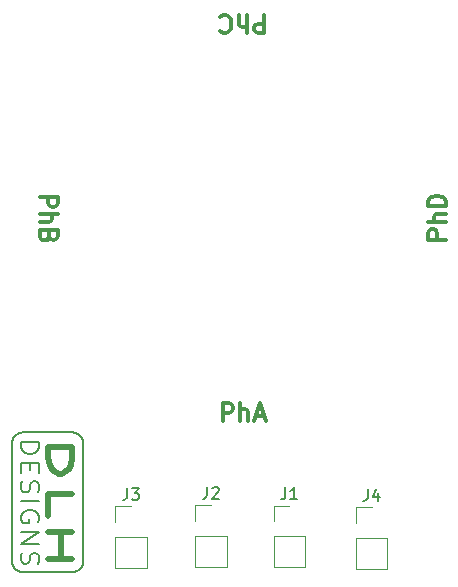
<source format=gto>
G04 #@! TF.GenerationSoftware,KiCad,Pcbnew,(6.0.5)*
G04 #@! TF.CreationDate,2022-12-29T12:01:20-08:00*
G04 #@! TF.ProjectId,micro-motor-proto-02,6d696372-6f2d-46d6-9f74-6f722d70726f,rev?*
G04 #@! TF.SameCoordinates,Original*
G04 #@! TF.FileFunction,Legend,Top*
G04 #@! TF.FilePolarity,Positive*
%FSLAX46Y46*%
G04 Gerber Fmt 4.6, Leading zero omitted, Abs format (unit mm)*
G04 Created by KiCad (PCBNEW (6.0.5)) date 2022-12-29 12:01:20*
%MOMM*%
%LPD*%
G01*
G04 APERTURE LIST*
%ADD10C,0.198742*%
%ADD11C,0.150000*%
%ADD12C,0.300000*%
%ADD13C,0.500000*%
%ADD14C,0.120000*%
G04 APERTURE END LIST*
D10*
X33719297Y-68909507D02*
X33746787Y-68942701D01*
X33522498Y-80240933D02*
X33484930Y-80263790D01*
X33627380Y-80162730D02*
X33593781Y-80190350D01*
X28255222Y-68790394D02*
X28290202Y-68764310D01*
X28076401Y-68977151D02*
X28102214Y-68942702D01*
X27918262Y-69468440D02*
X27918262Y-69468440D01*
X33930741Y-69468441D02*
X33930741Y-69468441D01*
X28568863Y-80351496D02*
X28525838Y-80337682D01*
X33323165Y-80337682D02*
X33280139Y-80351496D01*
X28844209Y-68589744D02*
X33004792Y-68589745D01*
X27991028Y-79854331D02*
X27974451Y-79814430D01*
X28364073Y-80263788D02*
X28326504Y-80240933D01*
X33796686Y-69012804D02*
X33818983Y-69049600D01*
X33796688Y-79967938D02*
X33772602Y-80003590D01*
X33004792Y-68589745D02*
X33052441Y-68590887D01*
X33236203Y-68617407D02*
X33280142Y-68629246D01*
X28255221Y-80190348D02*
X28221626Y-80162732D01*
X28009571Y-79893256D02*
X27991028Y-79854331D01*
X27937075Y-69291354D02*
X27947413Y-69248841D01*
X33558802Y-68764309D02*
X33593780Y-68790395D01*
X33446153Y-68695798D02*
X33484930Y-68716956D01*
X27918265Y-79512301D02*
X27918265Y-79512301D01*
X33484930Y-68716956D02*
X33522499Y-68739812D01*
X27919468Y-69423223D02*
X27923042Y-69378599D01*
X33558802Y-80216435D02*
X33522498Y-80240933D01*
X33930741Y-69468441D02*
X33930741Y-69468441D01*
X33901588Y-69248842D02*
X33911929Y-69291352D01*
X33839430Y-69087488D02*
X33857972Y-69126412D01*
X33004792Y-80391000D02*
X33004792Y-80391000D01*
X33593781Y-80190350D02*
X33558802Y-80216435D01*
X27928933Y-69334624D02*
X27937075Y-69291354D01*
X33839431Y-79893255D02*
X33818983Y-79931141D01*
X33857974Y-79854332D02*
X33839431Y-79893255D01*
X28844209Y-68589744D02*
X28844209Y-68589744D01*
X33920071Y-69334624D02*
X33925958Y-69378600D01*
X33365215Y-68658795D02*
X33406229Y-68676394D01*
X28483789Y-68658794D02*
X28525839Y-68643062D01*
X28442771Y-80304352D02*
X28402848Y-80284947D01*
X27974451Y-79814430D02*
X27959890Y-79773603D01*
X27923045Y-79602142D02*
X27919467Y-79557520D01*
X33690197Y-80103122D02*
X33659535Y-80133637D01*
X33323165Y-68643063D02*
X33365215Y-68658795D01*
X28221626Y-80162732D02*
X28189468Y-80133635D01*
X33889112Y-79773601D02*
X33874554Y-79814430D01*
X28052316Y-79967939D02*
X28030019Y-79931142D01*
X27974449Y-69166314D02*
X27991029Y-69126412D01*
X27937074Y-79689391D02*
X27928931Y-79646120D01*
X28442772Y-68676394D02*
X28483789Y-68658794D01*
X33911928Y-79689391D02*
X33901587Y-79731903D01*
X28657598Y-68607596D02*
X28703197Y-68599869D01*
X33052441Y-68590887D02*
X33099465Y-68594279D01*
X27991029Y-69126412D02*
X28009573Y-69087490D01*
X33522499Y-68739812D02*
X33558802Y-68764309D01*
X28483788Y-80321949D02*
X28442771Y-80304352D01*
X33280139Y-80351496D02*
X33236201Y-80363337D01*
X33593780Y-68790395D02*
X33627378Y-68818014D01*
X28796561Y-80389857D02*
X28749536Y-80386463D01*
X28189468Y-80133635D02*
X28158808Y-80103120D01*
X33929534Y-69423224D02*
X33930741Y-69468441D01*
X33925958Y-69378600D02*
X33929534Y-69423224D01*
X33365212Y-80321949D02*
X33323165Y-80337682D01*
X28703197Y-68599869D02*
X28749537Y-68594281D01*
X28612804Y-68617406D02*
X28657598Y-68607596D01*
X33929534Y-79557520D02*
X33925959Y-79602144D01*
X28657600Y-80373150D02*
X28612801Y-80363336D01*
X33746788Y-80038042D02*
X33719299Y-80071235D01*
X28402848Y-68695797D02*
X28442772Y-68676394D01*
X33901587Y-79731903D02*
X33889112Y-79773601D01*
X33191405Y-68607596D02*
X33236203Y-68617407D01*
X33930740Y-79512300D02*
X33930740Y-79512300D01*
X33920070Y-79646120D02*
X33911928Y-79689391D01*
X33659535Y-80133637D02*
X33627380Y-80162730D01*
X28129705Y-80071236D02*
X28102213Y-80038043D01*
X28158808Y-80103120D02*
X28129705Y-80071236D01*
X33446153Y-80284946D02*
X33406229Y-80304350D01*
X33874554Y-69166315D02*
X33889111Y-69207142D01*
X28749537Y-68594281D02*
X28796561Y-68590887D01*
X28221624Y-68818011D02*
X28255222Y-68790394D01*
X33930741Y-69468441D02*
X33930740Y-79512300D01*
X33746787Y-68942701D02*
X33772601Y-68977152D01*
X33236201Y-80363337D02*
X33191406Y-80373151D01*
X28030018Y-69049602D02*
X28052316Y-69012804D01*
X27928931Y-79646120D02*
X27923045Y-79602142D01*
X28030019Y-79931142D02*
X28009571Y-79893256D01*
X27959890Y-69207144D02*
X27974449Y-69166314D01*
X27918262Y-69468440D02*
X27919468Y-69423223D01*
X27918265Y-79512301D02*
X27918262Y-69468440D01*
X28290202Y-68764310D02*
X28326503Y-68739811D01*
X33874554Y-79814430D02*
X33857974Y-79854332D01*
X28189467Y-68847107D02*
X28221624Y-68818011D01*
X28568862Y-68629247D02*
X28612804Y-68617406D01*
X33930740Y-79512300D02*
X33929534Y-79557520D01*
X33052441Y-80389857D02*
X33004792Y-80391000D01*
X33772602Y-80003590D02*
X33746788Y-80038042D01*
X27947414Y-79731903D02*
X27937074Y-79689391D01*
X33099465Y-68594279D02*
X33145804Y-68599865D01*
X33818983Y-79931141D02*
X33796688Y-79967938D01*
X28796561Y-68590887D02*
X28844209Y-68589744D01*
X28102213Y-80038043D02*
X28076401Y-80003590D01*
X28844209Y-80391000D02*
X28796561Y-80389857D01*
X28703198Y-80380876D02*
X28657600Y-80373150D01*
X28402848Y-80284947D02*
X28364073Y-80263788D01*
X28326503Y-68739811D02*
X28364072Y-68716955D01*
X33145806Y-80380878D02*
X33099465Y-80386465D01*
X28102214Y-68942702D02*
X28129702Y-68909508D01*
X33889111Y-69207142D02*
X33901588Y-69248842D01*
X28326504Y-80240933D02*
X28290202Y-80216436D01*
X33627378Y-68818014D02*
X33659535Y-68847109D01*
X27923042Y-69378599D02*
X27928933Y-69334624D01*
X33690197Y-68877624D02*
X33719297Y-68909507D01*
X28009573Y-69087490D02*
X28030018Y-69049602D01*
X27919467Y-79557520D02*
X27918265Y-79512301D01*
X27947413Y-69248841D02*
X27959890Y-69207144D01*
X28364072Y-68716955D02*
X28402848Y-68695797D01*
X33659535Y-68847109D02*
X33690197Y-68877624D01*
X28749536Y-80386463D02*
X28703198Y-80380876D01*
X33145804Y-68599865D02*
X33191405Y-68607596D01*
X28076401Y-80003590D02*
X28052316Y-79967939D01*
X33004792Y-68589745D02*
X33004792Y-68589745D01*
X33818983Y-69049600D02*
X33839430Y-69087488D01*
X33191406Y-80373151D02*
X33145806Y-80380878D01*
X28129702Y-68909508D02*
X28158806Y-68877625D01*
X28525839Y-68643062D02*
X28568862Y-68629247D01*
X28612801Y-80363336D02*
X28568863Y-80351496D01*
X33099465Y-80386465D02*
X33052441Y-80389857D01*
X28844209Y-80391000D02*
X28844209Y-80391000D01*
X33484930Y-80263790D02*
X33446153Y-80284946D01*
X27959890Y-79773603D02*
X27947414Y-79731903D01*
X28158806Y-68877625D02*
X28189467Y-68847107D01*
X33772601Y-68977152D02*
X33796686Y-69012804D01*
X28052316Y-69012804D02*
X28076401Y-68977151D01*
X33719299Y-80071235D02*
X33690197Y-80103122D01*
X33406229Y-68676394D02*
X33446153Y-68695798D01*
X33857972Y-69126412D02*
X33874554Y-69166315D01*
X28290202Y-80216436D02*
X28255221Y-80190348D01*
X28525838Y-80337682D02*
X28483788Y-80321949D01*
X33280142Y-68629246D02*
X33323165Y-68643063D01*
X33406229Y-80304350D02*
X33365212Y-80321949D01*
X33925959Y-79602144D02*
X33920070Y-79646120D01*
X33911929Y-69291352D02*
X33920071Y-69334624D01*
X33004792Y-80391000D02*
X28844209Y-80391000D01*
D11*
X28680168Y-69423441D02*
X30180168Y-69423441D01*
X30180168Y-69840107D01*
X30108740Y-70090107D01*
X29965882Y-70256774D01*
X29823025Y-70340107D01*
X29537311Y-70423441D01*
X29323025Y-70423441D01*
X29037311Y-70340107D01*
X28894454Y-70256774D01*
X28751597Y-70090107D01*
X28680168Y-69840107D01*
X28680168Y-69423441D01*
X29465882Y-71173441D02*
X29465882Y-71756774D01*
X28680168Y-72006774D02*
X28680168Y-71173441D01*
X30180168Y-71173441D01*
X30180168Y-72006774D01*
X28751597Y-72673441D02*
X28680168Y-72923441D01*
X28680168Y-73340107D01*
X28751597Y-73506774D01*
X28823025Y-73590107D01*
X28965882Y-73673441D01*
X29108740Y-73673441D01*
X29251597Y-73590107D01*
X29323025Y-73506774D01*
X29394454Y-73340107D01*
X29465882Y-73006774D01*
X29537311Y-72840107D01*
X29608740Y-72756774D01*
X29751597Y-72673441D01*
X29894454Y-72673441D01*
X30037311Y-72756774D01*
X30108740Y-72840107D01*
X30180168Y-73006774D01*
X30180168Y-73423441D01*
X30108740Y-73673441D01*
X28680168Y-74423441D02*
X30180168Y-74423441D01*
X30108740Y-76173441D02*
X30180168Y-76006774D01*
X30180168Y-75756774D01*
X30108740Y-75506774D01*
X29965882Y-75340107D01*
X29823025Y-75256774D01*
X29537311Y-75173441D01*
X29323025Y-75173441D01*
X29037311Y-75256774D01*
X28894454Y-75340107D01*
X28751597Y-75506774D01*
X28680168Y-75756774D01*
X28680168Y-75923441D01*
X28751597Y-76173441D01*
X28823025Y-76256774D01*
X29323025Y-76256774D01*
X29323025Y-75923441D01*
X28680168Y-77006774D02*
X30180168Y-77006774D01*
X28680168Y-78006774D01*
X30180168Y-78006774D01*
X28751597Y-78756774D02*
X28680168Y-79006774D01*
X28680168Y-79423441D01*
X28751597Y-79590107D01*
X28823025Y-79673441D01*
X28965882Y-79756774D01*
X29108740Y-79756774D01*
X29251597Y-79673441D01*
X29323025Y-79590107D01*
X29394454Y-79423441D01*
X29465882Y-79090107D01*
X29537311Y-78923441D01*
X29608740Y-78840107D01*
X29751597Y-78756774D01*
X29894454Y-78756774D01*
X30037311Y-78840107D01*
X30108740Y-78923441D01*
X30180168Y-79090107D01*
X30180168Y-79506774D01*
X30108740Y-79756774D01*
D12*
X64636505Y-52260070D02*
X63136505Y-52260070D01*
X63136505Y-51688642D01*
X63207934Y-51545784D01*
X63279362Y-51474356D01*
X63422219Y-51402927D01*
X63636505Y-51402927D01*
X63779362Y-51474356D01*
X63850791Y-51545784D01*
X63922219Y-51688642D01*
X63922219Y-52260070D01*
X64636505Y-50760070D02*
X63136505Y-50760070D01*
X64636505Y-50117213D02*
X63850791Y-50117213D01*
X63707934Y-50188642D01*
X63636505Y-50331499D01*
X63636505Y-50545784D01*
X63707934Y-50688642D01*
X63779362Y-50760070D01*
X64636505Y-49402927D02*
X63136505Y-49402927D01*
X63136505Y-49045784D01*
X63207934Y-48831499D01*
X63350791Y-48688642D01*
X63493648Y-48617213D01*
X63779362Y-48545784D01*
X63993648Y-48545784D01*
X64279362Y-48617213D01*
X64422219Y-48688642D01*
X64565076Y-48831499D01*
X64636505Y-49045784D01*
X64636505Y-49402927D01*
X45743648Y-67617213D02*
X45743648Y-66117213D01*
X46315076Y-66117213D01*
X46457934Y-66188642D01*
X46529362Y-66260070D01*
X46600791Y-66402927D01*
X46600791Y-66617213D01*
X46529362Y-66760070D01*
X46457934Y-66831499D01*
X46315076Y-66902927D01*
X45743648Y-66902927D01*
X47243648Y-67617213D02*
X47243648Y-66117213D01*
X47886505Y-67617213D02*
X47886505Y-66831499D01*
X47815076Y-66688642D01*
X47672219Y-66617213D01*
X47457934Y-66617213D01*
X47315076Y-66688642D01*
X47243648Y-66760070D01*
X48529362Y-67188642D02*
X49243648Y-67188642D01*
X48386505Y-67617213D02*
X48886505Y-66117213D01*
X49386505Y-67617213D01*
X30279362Y-48617213D02*
X31779362Y-48617213D01*
X31779362Y-49188642D01*
X31707934Y-49331499D01*
X31636505Y-49402927D01*
X31493648Y-49474356D01*
X31279362Y-49474356D01*
X31136505Y-49402927D01*
X31065076Y-49331499D01*
X30993648Y-49188642D01*
X30993648Y-48617213D01*
X30279362Y-50117213D02*
X31779362Y-50117213D01*
X30279362Y-50760070D02*
X31065076Y-50760070D01*
X31207934Y-50688642D01*
X31279362Y-50545784D01*
X31279362Y-50331499D01*
X31207934Y-50188642D01*
X31136505Y-50117213D01*
X31065076Y-51974356D02*
X30993648Y-52188642D01*
X30922219Y-52260070D01*
X30779362Y-52331499D01*
X30565076Y-52331499D01*
X30422219Y-52260070D01*
X30350791Y-52188642D01*
X30279362Y-52045784D01*
X30279362Y-51474356D01*
X31779362Y-51474356D01*
X31779362Y-51974356D01*
X31707934Y-52117213D01*
X31636505Y-52188642D01*
X31493648Y-52260070D01*
X31350791Y-52260070D01*
X31207934Y-52188642D01*
X31136505Y-52117213D01*
X31065076Y-51974356D01*
X31065076Y-51474356D01*
D13*
X30993979Y-69786536D02*
X32993979Y-69786536D01*
X32993979Y-70738917D01*
X32898741Y-71310345D01*
X32708264Y-71691298D01*
X32517788Y-71881774D01*
X32136836Y-72072250D01*
X31851121Y-72072250D01*
X31470169Y-71881774D01*
X31279693Y-71691298D01*
X31089217Y-71310345D01*
X30993979Y-70738917D01*
X30993979Y-69786536D01*
X30993979Y-75691298D02*
X30993979Y-73786536D01*
X32993979Y-73786536D01*
X30993979Y-77024631D02*
X32993979Y-77024631D01*
X32041598Y-77024631D02*
X32041598Y-79310345D01*
X30993979Y-79310345D02*
X32993979Y-79310345D01*
D12*
X49273389Y-33265859D02*
X49273389Y-34765859D01*
X48701961Y-34765859D01*
X48559103Y-34694431D01*
X48487675Y-34623002D01*
X48416246Y-34480145D01*
X48416246Y-34265859D01*
X48487675Y-34123002D01*
X48559103Y-34051573D01*
X48701961Y-33980145D01*
X49273389Y-33980145D01*
X47773389Y-33265859D02*
X47773389Y-34765859D01*
X47130532Y-33265859D02*
X47130532Y-34051573D01*
X47201961Y-34194431D01*
X47344818Y-34265859D01*
X47559103Y-34265859D01*
X47701961Y-34194431D01*
X47773389Y-34123002D01*
X45559103Y-33408716D02*
X45630532Y-33337288D01*
X45844818Y-33265859D01*
X45987675Y-33265859D01*
X46201961Y-33337288D01*
X46344818Y-33480145D01*
X46416246Y-33623002D01*
X46487675Y-33908716D01*
X46487675Y-34123002D01*
X46416246Y-34408716D01*
X46344818Y-34551573D01*
X46201961Y-34694431D01*
X45987675Y-34765859D01*
X45844818Y-34765859D01*
X45630532Y-34694431D01*
X45559103Y-34623002D01*
D11*
X37652718Y-73310509D02*
X37652718Y-74024795D01*
X37605099Y-74167652D01*
X37509861Y-74262890D01*
X37367004Y-74310509D01*
X37271766Y-74310509D01*
X38033671Y-73310509D02*
X38652718Y-73310509D01*
X38319385Y-73691462D01*
X38462242Y-73691462D01*
X38557480Y-73739081D01*
X38605099Y-73786700D01*
X38652718Y-73881938D01*
X38652718Y-74120033D01*
X38605099Y-74215271D01*
X38557480Y-74262890D01*
X38462242Y-74310509D01*
X38176528Y-74310509D01*
X38081290Y-74262890D01*
X38033671Y-74215271D01*
X51052718Y-73245509D02*
X51052718Y-73959795D01*
X51005099Y-74102652D01*
X50909861Y-74197890D01*
X50767004Y-74245509D01*
X50671766Y-74245509D01*
X52052718Y-74245509D02*
X51481290Y-74245509D01*
X51767004Y-74245509D02*
X51767004Y-73245509D01*
X51671766Y-73388367D01*
X51576528Y-73483605D01*
X51481290Y-73531224D01*
X44423551Y-73212567D02*
X44423551Y-73926853D01*
X44375932Y-74069710D01*
X44280694Y-74164948D01*
X44137837Y-74212567D01*
X44042599Y-74212567D01*
X44852123Y-73307806D02*
X44899742Y-73260187D01*
X44994980Y-73212567D01*
X45233075Y-73212567D01*
X45328313Y-73260187D01*
X45375932Y-73307806D01*
X45423551Y-73403044D01*
X45423551Y-73498282D01*
X45375932Y-73641139D01*
X44804504Y-74212567D01*
X45423551Y-74212567D01*
X58027718Y-73385509D02*
X58027718Y-74099795D01*
X57980099Y-74242652D01*
X57884861Y-74337890D01*
X57742004Y-74385509D01*
X57646766Y-74385509D01*
X58932480Y-73718843D02*
X58932480Y-74385509D01*
X58694385Y-73337890D02*
X58456290Y-74052176D01*
X59075337Y-74052176D01*
D14*
X36656052Y-77458129D02*
X39316052Y-77458129D01*
X36656052Y-77458129D02*
X36656052Y-80058129D01*
X36656052Y-80058129D02*
X39316052Y-80058129D01*
X36656052Y-74858129D02*
X37986052Y-74858129D01*
X36656052Y-76188129D02*
X36656052Y-74858129D01*
X39316052Y-77458129D02*
X39316052Y-80058129D01*
X50056052Y-79993129D02*
X52716052Y-79993129D01*
X52716052Y-77393129D02*
X52716052Y-79993129D01*
X50056052Y-76123129D02*
X50056052Y-74793129D01*
X50056052Y-74793129D02*
X51386052Y-74793129D01*
X50056052Y-77393129D02*
X50056052Y-79993129D01*
X50056052Y-77393129D02*
X52716052Y-77393129D01*
X43426885Y-76090187D02*
X43426885Y-74760187D01*
X43426885Y-74760187D02*
X44756885Y-74760187D01*
X43426885Y-79960187D02*
X46086885Y-79960187D01*
X43426885Y-77360187D02*
X43426885Y-79960187D01*
X46086885Y-77360187D02*
X46086885Y-79960187D01*
X43426885Y-77360187D02*
X46086885Y-77360187D01*
X57031052Y-77533129D02*
X59691052Y-77533129D01*
X57031052Y-74933129D02*
X58361052Y-74933129D01*
X57031052Y-77533129D02*
X57031052Y-80133129D01*
X57031052Y-80133129D02*
X59691052Y-80133129D01*
X57031052Y-76263129D02*
X57031052Y-74933129D01*
X59691052Y-77533129D02*
X59691052Y-80133129D01*
M02*

</source>
